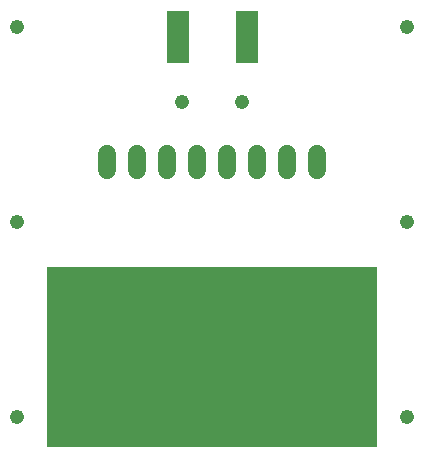
<source format=gbs>
G75*
%MOIN*%
%OFA0B0*%
%FSLAX24Y24*%
%IPPOS*%
%LPD*%
%AMOC8*
5,1,8,0,0,1.08239X$1,22.5*
%
%ADD10R,1.1000X0.6000*%
%ADD11R,0.0780X0.1730*%
%ADD12C,0.0600*%
%ADD13C,0.0476*%
D10*
X007680Y003180D03*
D11*
X006530Y013847D03*
X008830Y013847D03*
D12*
X009180Y009940D02*
X009180Y009420D01*
X008180Y009420D02*
X008180Y009940D01*
X007180Y009940D02*
X007180Y009420D01*
X006180Y009420D02*
X006180Y009940D01*
X005180Y009940D02*
X005180Y009420D01*
X004180Y009420D02*
X004180Y009940D01*
X010180Y009940D02*
X010180Y009420D01*
X011180Y009420D02*
X011180Y009940D01*
D13*
X001180Y001180D03*
X001180Y007680D03*
X006680Y011680D03*
X008680Y011680D03*
X014180Y014180D03*
X014180Y007680D03*
X014180Y001180D03*
X001180Y014180D03*
M02*

</source>
